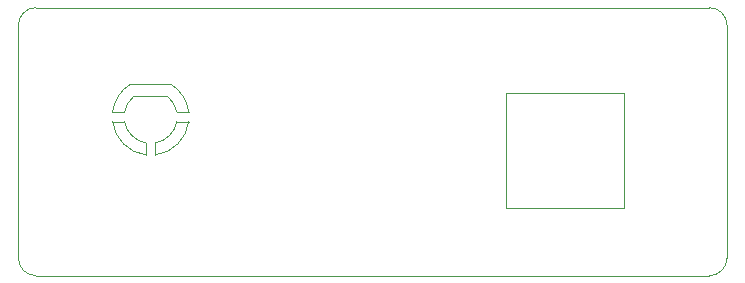
<source format=gbr>
%TF.GenerationSoftware,KiCad,Pcbnew,9.0.2*%
%TF.CreationDate,2025-06-15T17:25:12-04:00*%
%TF.ProjectId,panel1,70616e65-6c31-42e6-9b69-6361645f7063,rev?*%
%TF.SameCoordinates,Original*%
%TF.FileFunction,Profile,NP*%
%FSLAX46Y46*%
G04 Gerber Fmt 4.6, Leading zero omitted, Abs format (unit mm)*
G04 Created by KiCad (PCBNEW 9.0.2) date 2025-06-15 17:25:12*
%MOMM*%
%LPD*%
G01*
G04 APERTURE LIST*
%TA.AperFunction,Profile*%
%ADD10C,0.100000*%
%TD*%
G04 APERTURE END LIST*
D10*
X132861124Y-76690926D02*
G75*
G02*
X131046972Y-74876766I399876J2214026D01*
G01*
X136486415Y-74076767D02*
X135475283Y-74076767D01*
X133661124Y-77702058D02*
X133661124Y-76690926D01*
X134993175Y-71726767D02*
G75*
G02*
X136486454Y-74076762I-1732175J-2750133D01*
G01*
X136486415Y-74876767D02*
G75*
G02*
X133661130Y-77702107I-3225315J399967D01*
G01*
X134675337Y-72726767D02*
X131846910Y-72726767D01*
X180559225Y-65226767D02*
G75*
G02*
X182059233Y-66726767I-25J-1500033D01*
G01*
X130035833Y-74076767D02*
G75*
G02*
X131529049Y-71726729I3224967J-399733D01*
G01*
X134675337Y-72726767D02*
G75*
G02*
X135475270Y-74076769I-1414137J-1749933D01*
G01*
X132861124Y-77702058D02*
G75*
G02*
X130035754Y-74876777I399976J3225358D01*
G01*
X122059225Y-66726767D02*
G75*
G02*
X123559225Y-65226825I1499975J-33D01*
G01*
X131046965Y-74076767D02*
X130035833Y-74076767D01*
X123559225Y-87926767D02*
G75*
G02*
X122059233Y-86426767I-25J1499967D01*
G01*
X182059225Y-86426767D02*
X182059225Y-66726767D01*
X163344848Y-82226767D02*
X163344848Y-72460087D01*
X130035833Y-74876767D02*
X131046965Y-74876767D01*
X180559225Y-65226767D02*
X123559225Y-65226767D01*
X135475283Y-74876767D02*
G75*
G02*
X133661132Y-76690971I-2214283J400067D01*
G01*
X123559225Y-87926767D02*
X180559225Y-87926767D01*
X132861124Y-76690926D02*
X132861124Y-77702058D01*
X135475283Y-74876767D02*
X136486415Y-74876767D01*
X173354848Y-72460087D02*
X173354848Y-82226767D01*
X173354848Y-82226767D02*
X163344848Y-82226767D01*
X182059225Y-86426767D02*
G75*
G02*
X180559225Y-87926825I-1500025J-33D01*
G01*
X163344848Y-72460087D02*
X173354848Y-72460087D01*
X131529073Y-71726767D02*
X134993175Y-71726767D01*
X122059225Y-66726767D02*
X122059225Y-86426767D01*
X131046965Y-74076767D02*
G75*
G02*
X131846897Y-72726751I2213935J-399833D01*
G01*
M02*

</source>
